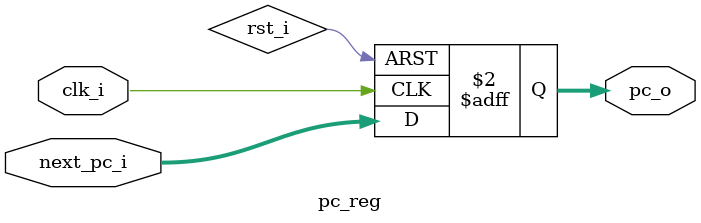
<source format=sv>
module pc_reg #(

    parameter PC_WIDTH = 32

) (

    input  logic                       clk_i,     // Clock
    input  logic [ PC_WIDTH - 1 : 0 ]  next_pc_i, // Write value for PC

    output logic [ PC_WIDTH - 1 : 0 ]  pc_o       // Current value of PC

);

always_ff @( posedge clk_i, posedge rst_i )
    if ( rst_i ) pc_o <= { PC_WIDTH { 1'b0 } };
    else pc_o <= next_pc_i;

endmodule

</source>
